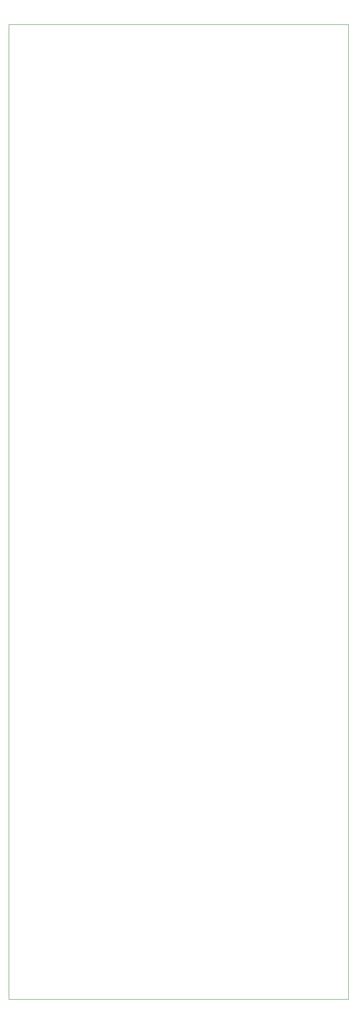
<source format=gbr>
%TF.GenerationSoftware,KiCad,Pcbnew,(6.0.7-1)-1*%
%TF.CreationDate,2022-12-02T15:43:41+01:00*%
%TF.ProjectId,8x3,3878332e-6b69-4636-9164-5f7063625858,rev?*%
%TF.SameCoordinates,Original*%
%TF.FileFunction,Profile,NP*%
%FSLAX46Y46*%
G04 Gerber Fmt 4.6, Leading zero omitted, Abs format (unit mm)*
G04 Created by KiCad (PCBNEW (6.0.7-1)-1) date 2022-12-02 15:43:41*
%MOMM*%
%LPD*%
G01*
G04 APERTURE LIST*
%TA.AperFunction,Profile*%
%ADD10C,0.100000*%
%TD*%
G04 APERTURE END LIST*
D10*
X17000000Y-219100000D02*
X83000000Y-219100000D01*
X83000000Y-219100000D02*
X83000000Y-29500000D01*
X83000000Y-29500000D02*
X17000000Y-29500000D01*
X17000000Y-29500000D02*
X17000000Y-219100000D01*
M02*

</source>
